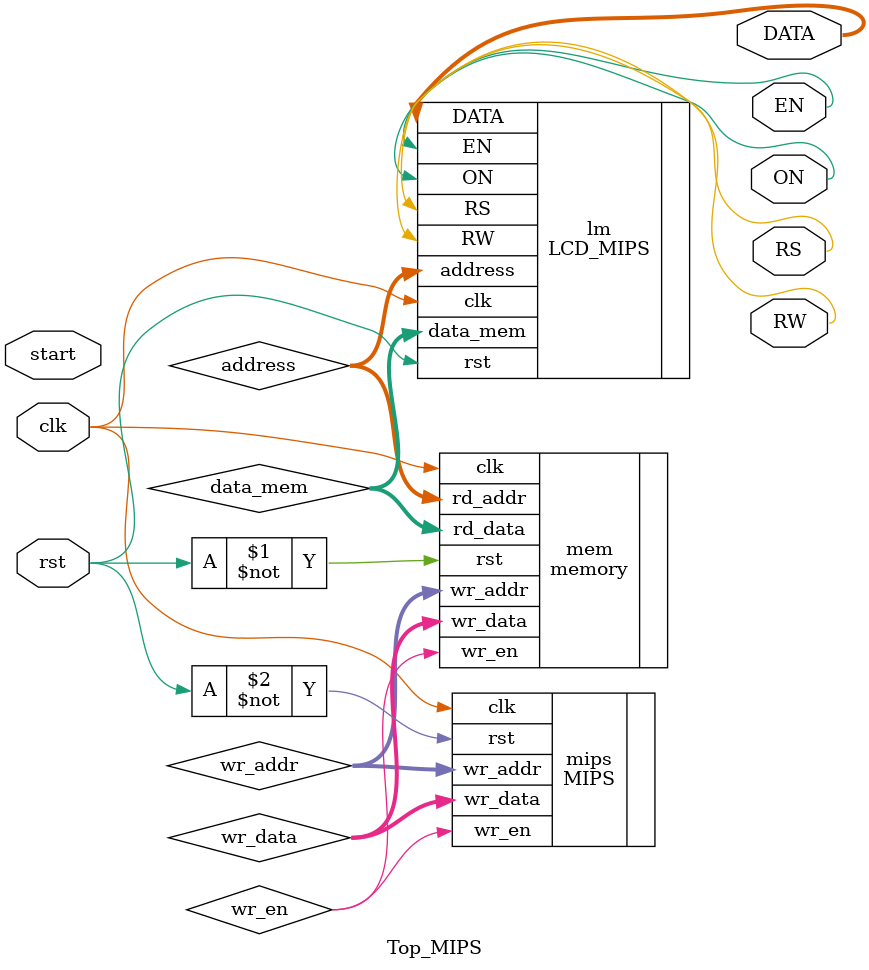
<source format=sv>
module Top_MIPS (
	input clk,
	input rst,
	input start,
	output [7:0] DATA,
	output RW, EN, RS, ON
);

logic [8:0] data_mem;
logic [5:0] address;
logic wr_en;
logic [31:0] wr_addr;
logic [31:0] wr_data;

LCD_MIPS lm(
	.clk(clk),
	.rst(rst),
	.data_mem(data_mem),
	.DATA(DATA),
	.address(address),
	.RW(RW),
	.EN(EN),
	.RS(RS),
	.ON(ON)
);

memory mem(
	.clk(clk),
	.rst(~rst),
	.wr_addr(wr_addr),
	.wr_en(wr_en),
	.wr_data(wr_data),
	.rd_addr(address),
	.rd_data(data_mem)
);

MIPS mips(
	.clk(clk),
	.rst(~rst),
	.wr_addr(wr_addr),
	.wr_data(wr_data),
	.wr_en(wr_en)
);



endmodule
</source>
